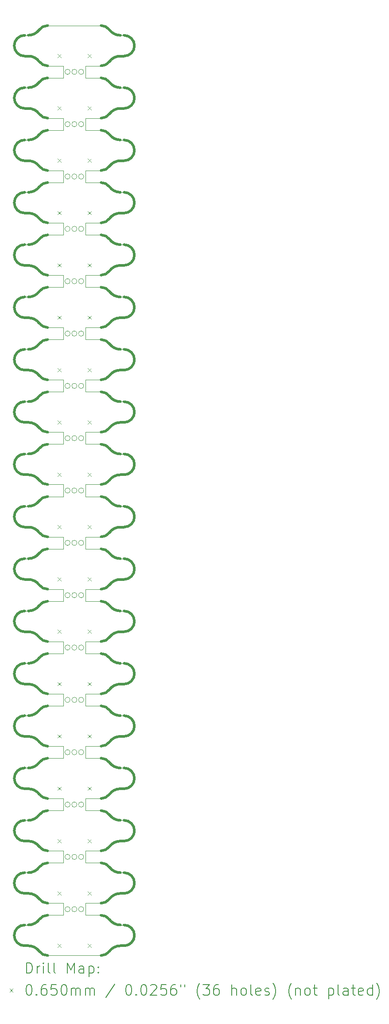
<source format=gbr>
%TF.GenerationSoftware,KiCad,Pcbnew,8.99.0-946-gf00a1ab517*%
%TF.CreationDate,2024-05-19T19:51:50+07:00*%
%TF.ProjectId,dtb_toro,6474625f-746f-4726-9f2e-6b696361645f,rev?*%
%TF.SameCoordinates,Original*%
%TF.FileFunction,Drillmap*%
%TF.FilePolarity,Positive*%
%FSLAX45Y45*%
G04 Gerber Fmt 4.5, Leading zero omitted, Abs format (unit mm)*
G04 Created by KiCad (PCBNEW 8.99.0-946-gf00a1ab517) date 2024-05-19 19:51:50*
%MOMM*%
%LPD*%
G01*
G04 APERTURE LIST*
%ADD10C,0.050000*%
%ADD11C,0.500000*%
%ADD12C,0.200000*%
%ADD13C,0.100000*%
G04 APERTURE END LIST*
D10*
X54647320Y-5257940D02*
X53626661Y-5257940D01*
X54346982Y3742030D02*
X54647320Y3742030D01*
X54347003Y3512034D02*
X54647342Y3512034D01*
X53626661Y3742030D02*
X53927000Y3742030D01*
X53626682Y3512039D02*
X53927020Y3512039D01*
X54056992Y3627034D02*
G75*
G02*
X53957013Y3627034I-49990J0D01*
G01*
X53957013Y3627034D02*
G75*
G02*
X54056992Y3627034I49990J0D01*
G01*
X54316992Y3627034D02*
G75*
G02*
X54217013Y3627034I-49990J0D01*
G01*
X54217013Y3627034D02*
G75*
G02*
X54316992Y3627034I49990J0D01*
G01*
X54186992Y3627034D02*
G75*
G02*
X54087013Y3627034I-49990J0D01*
G01*
X54087013Y3627034D02*
G75*
G02*
X54186992Y3627034I49990J0D01*
G01*
X54346982Y3742034D02*
X54347003Y3512034D01*
X53927000Y3742034D02*
X53927020Y3512039D01*
D11*
X55015722Y-674357D02*
G75*
G02*
X54807357Y-568927I-1J258612D01*
G01*
X53466634Y-1568926D02*
G75*
G02*
X53626682Y-1487948I160055J-117688D01*
G01*
X55015722Y-2674348D02*
G75*
G02*
X54807357Y-2568919I-1J258612D01*
G01*
X54647342Y-1487953D02*
G75*
G02*
X54807358Y-1568921I-5J-198612D01*
G01*
X54807361Y-3176973D02*
G75*
G02*
X54647320Y-3257949I-160038J117660D01*
G01*
X55087002Y-1674353D02*
G75*
G02*
X55086990Y-2071544I3J-198596D01*
G01*
X53466634Y-1568926D02*
G75*
G02*
X53258302Y-1674349I-208345J153161D01*
G01*
X53258272Y-3071548D02*
X53187002Y-3071548D01*
X54807361Y-2176977D02*
G75*
G02*
X54647320Y-2257953I-160038J117660D01*
G01*
X53187002Y-4071544D02*
G75*
G02*
X53188859Y-3674344I3J198604D01*
G01*
X54647342Y-2487948D02*
G75*
G02*
X54807358Y-2568917I-5J-198612D01*
G01*
X53466634Y-568930D02*
G75*
G02*
X53258302Y-674353I-208345J153161D01*
G01*
X53258272Y-2071553D02*
G75*
G02*
X53466644Y-2176987I10J-258605D01*
G01*
X53626661Y-2257953D02*
G75*
G02*
X53466644Y-2176987I0J198608D01*
G01*
X53258272Y-2071553D02*
X53187002Y-2071553D01*
X53187002Y-3071548D02*
G75*
G02*
X53188859Y-2674349I3J198604D01*
G01*
D10*
X53258302Y-3674340D02*
X53188859Y-3674344D01*
D11*
X53258272Y-1071557D02*
G75*
G02*
X53466644Y-1176991I10J-258605D01*
G01*
X53187002Y-1071557D02*
G75*
G02*
X53188859Y-674357I3J198604D01*
G01*
D10*
X55087002Y-1674353D02*
X55015722Y-1674353D01*
D11*
X53258272Y-4071544D02*
G75*
G02*
X53466644Y-4176978I10J-258605D01*
G01*
X55087002Y2325630D02*
G75*
G02*
X55086990Y1928438I3J-198596D01*
G01*
X54807361Y1823005D02*
G75*
G02*
X54647320Y1742030I-160038J117660D01*
G01*
X54807361Y1823005D02*
G75*
G02*
X55015736Y1928434I208370J-153198D01*
G01*
X55086990Y-4071536D02*
X55015736Y-4071540D01*
X53187002Y-2071553D02*
G75*
G02*
X53188859Y-1674353I3J198604D01*
G01*
X54807361Y-4176969D02*
G75*
G02*
X54647320Y-4257945I-160038J117660D01*
G01*
X53187002Y928434D02*
G75*
G02*
X53188859Y1325634I3J198604D01*
G01*
X53466634Y-3568917D02*
G75*
G02*
X53258302Y-3674340I-208345J153161D01*
G01*
X54807361Y-2176977D02*
G75*
G02*
X55015736Y-2071549I208370J-153198D01*
G01*
D10*
X53258302Y-674353D02*
X53188859Y-674357D01*
D11*
X55086990Y-1071549D02*
X55015736Y-1071553D01*
X53466634Y-568930D02*
G75*
G02*
X53626682Y-487952I160055J-117688D01*
G01*
D10*
X55087002Y-674357D02*
X55015722Y-674357D01*
X53258302Y2325634D02*
X53188859Y2325630D01*
D11*
X55086990Y-2071544D02*
X55015736Y-2071549D01*
X55015722Y-1674353D02*
G75*
G02*
X54807357Y-1568923I-1J258612D01*
G01*
D10*
X53258302Y-1674349D02*
X53188859Y-1674353D01*
D11*
X55087002Y-674357D02*
G75*
G02*
X55086990Y-1071549I3J-198596D01*
G01*
X53626661Y1742030D02*
G75*
G02*
X53466644Y1822996I0J198608D01*
G01*
X54807361Y-1176982D02*
G75*
G02*
X54647320Y-1257957I-160038J117660D01*
G01*
X53258272Y-1071557D02*
X53187002Y-1071557D01*
X53626661Y-1257957D02*
G75*
G02*
X53466644Y-1176991I0J198608D01*
G01*
X54647342Y2512030D02*
G75*
G02*
X54807358Y2431061I-5J-198612D01*
G01*
X54647342Y-487957D02*
G75*
G02*
X54807358Y-568926I-5J-198612D01*
G01*
X54807361Y-1176982D02*
G75*
G02*
X55015736Y-1071553I208370J-153198D01*
G01*
X55086990Y-3071540D02*
X55015736Y-3071545D01*
X53258272Y-3071548D02*
G75*
G02*
X53466644Y-3176982I10J-258605D01*
G01*
X55087002Y-2674348D02*
G75*
G02*
X55086990Y-3071540I3J-198596D01*
G01*
X53466634Y-2568922D02*
G75*
G02*
X53258302Y-2674345I-208345J153161D01*
G01*
X54807361Y-3176973D02*
G75*
G02*
X55015736Y-3071545I208370J-153198D01*
G01*
D10*
X53258302Y-2674345D02*
X53188859Y-2674349D01*
D11*
X53626661Y-3257948D02*
G75*
G02*
X53466644Y-3176982I0J198608D01*
G01*
D10*
X55087002Y-2674348D02*
X55015722Y-2674348D01*
D11*
X53466634Y-2568922D02*
G75*
G02*
X53626682Y-2487944I160055J-117688D01*
G01*
D10*
X55087002Y3325630D02*
X55015722Y3325630D01*
D11*
X53187002Y2928430D02*
G75*
G02*
X53188859Y3325630I3J198604D01*
G01*
X53258272Y2928430D02*
G75*
G02*
X53466644Y2822996I9J-258606D01*
G01*
X55086990Y2928438D02*
X55015736Y2928434D01*
X53466634Y3431057D02*
G75*
G02*
X53258302Y3325634I-208345J153162D01*
G01*
D10*
X53258302Y3325634D02*
X53188859Y3325630D01*
D11*
X54807361Y2823005D02*
G75*
G02*
X54647320Y2742030I-160038J117660D01*
G01*
X53258272Y2928430D02*
X53187002Y2928430D01*
X55015722Y3325630D02*
G75*
G02*
X54807357Y3431060I-1J258612D01*
G01*
X54807361Y2823005D02*
G75*
G02*
X55015736Y2928434I208370J-153198D01*
G01*
X54647342Y3512030D02*
G75*
G02*
X54807358Y3431061I-5J-198613D01*
G01*
X55087002Y3325630D02*
G75*
G02*
X55086990Y2928438I3J-198596D01*
G01*
X53466634Y2431057D02*
G75*
G02*
X53626682Y2512035I160055J-117688D01*
G01*
X53466634Y3431057D02*
G75*
G02*
X53626682Y3512035I160055J-117688D01*
G01*
X55015722Y2325630D02*
G75*
G02*
X54807357Y2431060I-1J258612D01*
G01*
X53258272Y1928430D02*
G75*
G02*
X53466644Y1822996I10J-258605D01*
G01*
X54807361Y823010D02*
G75*
G02*
X54647320Y742034I-160038J117660D01*
G01*
X53258272Y928434D02*
X53187002Y928434D01*
X53626661Y2742030D02*
G75*
G02*
X53466644Y2822996I0J198608D01*
G01*
X55015722Y1325634D02*
G75*
G02*
X54807357Y1431064I-1J258612D01*
G01*
X53466634Y2431057D02*
G75*
G02*
X53258302Y2325634I-208345J153161D01*
G01*
X55086990Y1928438D02*
X55015736Y1928434D01*
D10*
X55087002Y2325630D02*
X55015722Y2325630D01*
X55087002Y1325634D02*
X55015722Y1325634D01*
D11*
X53258272Y1928430D02*
X53187002Y1928430D01*
X53187002Y1928430D02*
G75*
G02*
X53188859Y2325630I3J198604D01*
G01*
X55087002Y-3674344D02*
G75*
G02*
X55086990Y-4071536I3J-198596D01*
G01*
X53626661Y-4257944D02*
G75*
G02*
X53466644Y-4176978I0J198608D01*
G01*
X53466634Y-3568917D02*
G75*
G02*
X53626682Y-3487939I160055J-117688D01*
G01*
X53258272Y-4071544D02*
X53187002Y-4071544D01*
D10*
X55087002Y-4674340D02*
X55015722Y-4674340D01*
D11*
X54647342Y-3487944D02*
G75*
G02*
X54807358Y-3568913I-5J-198612D01*
G01*
X54807361Y-4176969D02*
G75*
G02*
X55015736Y-4071540I208370J-153198D01*
G01*
D10*
X55087002Y-3674344D02*
X55015722Y-3674344D01*
D11*
X53258272Y-5071540D02*
G75*
G02*
X53466644Y-5176974I10J-258605D01*
G01*
X53258272Y-5071540D02*
X53187002Y-5071540D01*
X55086990Y-5071531D02*
X55015736Y-5071536D01*
D10*
X53258302Y-4674336D02*
X53188859Y-4674340D01*
D11*
X55015722Y-3674344D02*
G75*
G02*
X54807357Y-3568914I-1J258612D01*
G01*
X53187002Y-5071540D02*
G75*
G02*
X53188859Y-4674340I3J198604D01*
G01*
X55015722Y-4674340D02*
G75*
G02*
X54807357Y-4568910I-1J258612D01*
G01*
X54807361Y-5176964D02*
G75*
G02*
X55015736Y-5071536I208370J-153198D01*
G01*
X55087002Y-4674340D02*
G75*
G02*
X55086990Y-5071531I3J-198596D01*
G01*
X54647342Y-4487940D02*
G75*
G02*
X54807358Y-4568909I-5J-198612D01*
G01*
X53626661Y-5257940D02*
G75*
G02*
X53466644Y-5176974I0J198608D01*
G01*
X53466634Y-4568913D02*
G75*
G02*
X53626682Y-4487935I160055J-117688D01*
G01*
D10*
X54346982Y2742030D02*
X54647320Y2742030D01*
X53626661Y2742030D02*
X53927000Y2742030D01*
D11*
X53466634Y-4568913D02*
G75*
G02*
X53258302Y-4674336I-208345J153161D01*
G01*
X54807361Y-5176964D02*
G75*
G02*
X54647320Y-5257940I-160038J117660D01*
G01*
X55086990Y-71553D02*
X55015736Y-71558D01*
X55086990Y928443D02*
X55015736Y928438D01*
X55087002Y325639D02*
G75*
G02*
X55086990Y-71553I3J-198596D01*
G01*
X54807361Y823010D02*
G75*
G02*
X55015736Y928438I208370J-153198D01*
G01*
X53187002Y-71561D02*
G75*
G02*
X53188859Y325638I3J198604D01*
G01*
D10*
X53626661Y-4257944D02*
X53927000Y-4257944D01*
X53626661Y-1257957D02*
X53927000Y-1257957D01*
X53626682Y2512035D02*
X53927020Y2512035D01*
D11*
X53626661Y-257961D02*
G75*
G02*
X53466644Y-176995I0J198608D01*
G01*
D10*
X53258302Y1325638D02*
X53188859Y1325634D01*
X53258302Y325643D02*
X53188859Y325638D01*
D11*
X55015722Y325639D02*
G75*
G02*
X54807357Y431068I-1J258612D01*
G01*
X53466634Y431065D02*
G75*
G02*
X53626682Y512043I160055J-117688D01*
G01*
D10*
X55087002Y325639D02*
X55015722Y325639D01*
D11*
X53258272Y-71561D02*
X53187002Y-71561D01*
D10*
X53927000Y2742030D02*
X53927020Y2512035D01*
X53626682Y-4487935D02*
X53927020Y-4487935D01*
D11*
X53466634Y431065D02*
G75*
G02*
X53258302Y325643I-208345J153161D01*
G01*
X53466634Y1431061D02*
G75*
G02*
X53258302Y1325638I-208345J153161D01*
G01*
X54647342Y512039D02*
G75*
G02*
X54807358Y431070I-5J-198612D01*
G01*
X54807361Y-176986D02*
G75*
G02*
X54647320Y-257962I-160038J117660D01*
G01*
X53626661Y742034D02*
G75*
G02*
X53466644Y823000I0J198608D01*
G01*
X53466634Y1431061D02*
G75*
G02*
X53626682Y1512039I160055J-117688D01*
G01*
X53258272Y928434D02*
G75*
G02*
X53466644Y823000I10J-258605D01*
G01*
X54807361Y-176986D02*
G75*
G02*
X55015736Y-71558I208370J-153198D01*
G01*
X55087002Y1325634D02*
G75*
G02*
X55086990Y928443I3J-198596D01*
G01*
D10*
X54347003Y-4487940D02*
X54647342Y-4487940D01*
D11*
X53258272Y-71561D02*
G75*
G02*
X53466644Y-176995I10J-258605D01*
G01*
D10*
X53626682Y-3487939D02*
X53927020Y-3487939D01*
X54346982Y1742030D02*
X54647320Y1742030D01*
X54346982Y-1257958D02*
X54647320Y-1257957D01*
D11*
X54647342Y1512034D02*
G75*
G02*
X54807358Y1431066I-5J-198612D01*
G01*
D10*
X53626661Y-3257948D02*
X53927000Y-3257948D01*
X53626682Y512043D02*
X53927020Y512043D01*
X53927000Y742034D02*
X53927020Y512039D01*
X53927000Y-4257944D02*
X53927020Y-4487939D01*
X53626682Y-2487944D02*
X53927020Y-2487944D01*
X54347003Y-1487953D02*
X54647342Y-1487953D01*
X54347003Y-2487949D02*
X54647342Y-2487948D01*
X54347003Y1512034D02*
X54647342Y1512034D01*
X53626682Y-487952D02*
X53927020Y-487952D01*
X53626661Y742034D02*
X53927000Y742034D01*
X54316992Y1627030D02*
G75*
G02*
X54217013Y1627030I-49990J0D01*
G01*
X54217013Y1627030D02*
G75*
G02*
X54316992Y1627030I49990J0D01*
G01*
X54346982Y742034D02*
X54647320Y742034D01*
X54347003Y2512030D02*
X54647342Y2512030D01*
X53927000Y-3257948D02*
X53927020Y-3487944D01*
X54056992Y-1372957D02*
G75*
G02*
X53957013Y-1372957I-49990J0D01*
G01*
X53957013Y-1372957D02*
G75*
G02*
X54056992Y-1372957I49990J0D01*
G01*
X54056992Y-4372944D02*
G75*
G02*
X53957013Y-4372944I-49990J0D01*
G01*
X53957013Y-4372944D02*
G75*
G02*
X54056992Y-4372944I49990J0D01*
G01*
X54186992Y627034D02*
G75*
G02*
X54087013Y627034I-49990J0D01*
G01*
X54087013Y627034D02*
G75*
G02*
X54186992Y627034I49990J0D01*
G01*
X54316992Y-4372944D02*
G75*
G02*
X54217013Y-4372944I-49990J0D01*
G01*
X54217013Y-4372944D02*
G75*
G02*
X54316992Y-4372944I49990J0D01*
G01*
X54316992Y-3372949D02*
G75*
G02*
X54217013Y-3372949I-49990J0D01*
G01*
X54217013Y-3372949D02*
G75*
G02*
X54316992Y-3372949I49990J0D01*
G01*
X54316992Y-372962D02*
G75*
G02*
X54217013Y-372962I-49990J0D01*
G01*
X54217013Y-372962D02*
G75*
G02*
X54316992Y-372962I49990J0D01*
G01*
X54346982Y-2257953D02*
X54347003Y-2487953D01*
X54316992Y-2372953D02*
G75*
G02*
X54217013Y-2372953I-49990J0D01*
G01*
X54217013Y-2372953D02*
G75*
G02*
X54316992Y-2372953I49990J0D01*
G01*
X54346982Y-257962D02*
X54647320Y-257962D01*
X54346982Y1742030D02*
X54347003Y1512030D01*
X53927000Y-1257957D02*
X53927020Y-1487952D01*
X54346982Y742034D02*
X54347003Y512034D01*
X53927000Y-2257953D02*
X53927020Y-2487948D01*
X54346982Y-4257945D02*
X54347003Y-4487944D01*
X53626682Y-1487948D02*
X53927020Y-1487948D01*
X54186992Y-372962D02*
G75*
G02*
X54087013Y-372962I-49990J0D01*
G01*
X54087013Y-372962D02*
G75*
G02*
X54186992Y-372962I49990J0D01*
G01*
X54187000Y2627033D02*
G75*
G02*
X54087020Y2627033I-49990J0D01*
G01*
X54087020Y2627033D02*
G75*
G02*
X54187000Y2627033I49990J0D01*
G01*
X54056992Y-2372953D02*
G75*
G02*
X53957013Y-2372953I-49990J0D01*
G01*
X53957013Y-2372953D02*
G75*
G02*
X54056992Y-2372953I49990J0D01*
G01*
X53626682Y1512039D02*
X53927020Y1512039D01*
X54056992Y-372962D02*
G75*
G02*
X53957013Y-372962I-49990J0D01*
G01*
X53957013Y-372962D02*
G75*
G02*
X54056992Y-372962I49990J0D01*
G01*
X54347003Y-3487944D02*
X54647342Y-3487944D01*
X54346982Y-3257949D02*
X54347003Y-3487948D01*
X53927000Y-257961D02*
X53927020Y-487957D01*
X54346982Y-257962D02*
X54347003Y-487961D01*
X54056992Y627034D02*
G75*
G02*
X53957013Y627034I-49990J0D01*
G01*
X53957013Y627034D02*
G75*
G02*
X54056992Y627034I49990J0D01*
G01*
X54186992Y1627030D02*
G75*
G02*
X54087013Y1627030I-49990J0D01*
G01*
X54087013Y1627030D02*
G75*
G02*
X54186992Y1627030I49990J0D01*
G01*
X54317000Y2627033D02*
G75*
G02*
X54217020Y2627033I-49990J0D01*
G01*
X54217020Y2627033D02*
G75*
G02*
X54317000Y2627033I49990J0D01*
G01*
X54316992Y627034D02*
G75*
G02*
X54217013Y627034I-49990J0D01*
G01*
X54217013Y627034D02*
G75*
G02*
X54316992Y627034I49990J0D01*
G01*
X54347003Y-487957D02*
X54647342Y-487957D01*
X54056992Y-3372949D02*
G75*
G02*
X53957013Y-3372949I-49990J0D01*
G01*
X53957013Y-3372949D02*
G75*
G02*
X54056992Y-3372949I49990J0D01*
G01*
X53626661Y-257961D02*
X53927000Y-257961D01*
X53626661Y1742030D02*
X53927000Y1742030D01*
X54346982Y-3257949D02*
X54647320Y-3257949D01*
X54346982Y-1257958D02*
X54347003Y-1487957D01*
X54346982Y-2257953D02*
X54647320Y-2257953D01*
X54347003Y512039D02*
X54647342Y512039D01*
X54316992Y-1372957D02*
G75*
G02*
X54217013Y-1372957I-49990J0D01*
G01*
X54217013Y-1372957D02*
G75*
G02*
X54316992Y-1372957I49990J0D01*
G01*
X54346982Y-4257945D02*
X54647320Y-4257945D01*
X54186992Y-2372953D02*
G75*
G02*
X54087013Y-2372953I-49990J0D01*
G01*
X54087013Y-2372953D02*
G75*
G02*
X54186992Y-2372953I49990J0D01*
G01*
X53927000Y1742030D02*
X53927020Y1512035D01*
X54346982Y2742030D02*
X54347003Y2512030D01*
X53626661Y-2257953D02*
X53927000Y-2257953D01*
X54186992Y-1372957D02*
G75*
G02*
X54087013Y-1372957I-49990J0D01*
G01*
X54087013Y-1372957D02*
G75*
G02*
X54186992Y-1372957I49990J0D01*
G01*
X54056992Y1627030D02*
G75*
G02*
X53957013Y1627030I-49990J0D01*
G01*
X53957013Y1627030D02*
G75*
G02*
X54056992Y1627030I49990J0D01*
G01*
X54186992Y-3372949D02*
G75*
G02*
X54087013Y-3372949I-49990J0D01*
G01*
X54087013Y-3372949D02*
G75*
G02*
X54186992Y-3372949I49990J0D01*
G01*
X54057000Y2627033D02*
G75*
G02*
X53957020Y2627033I-49990J0D01*
G01*
X53957020Y2627033D02*
G75*
G02*
X54057000Y2627033I49990J0D01*
G01*
X54186992Y-4372944D02*
G75*
G02*
X54087013Y-4372944I-49990J0D01*
G01*
X54087013Y-4372944D02*
G75*
G02*
X54186992Y-4372944I49990J0D01*
G01*
X54056992Y4627026D02*
G75*
G02*
X53957013Y4627026I-49990J0D01*
G01*
X53957013Y4627026D02*
G75*
G02*
X54056992Y4627026I49990J0D01*
G01*
X54316992Y4627026D02*
G75*
G02*
X54217013Y4627026I-49990J0D01*
G01*
X54217013Y4627026D02*
G75*
G02*
X54316992Y4627026I49990J0D01*
G01*
X54186992Y4627026D02*
G75*
G02*
X54087013Y4627026I-49990J0D01*
G01*
X54087013Y4627026D02*
G75*
G02*
X54186992Y4627026I49990J0D01*
G01*
X54056992Y5627021D02*
G75*
G02*
X53957013Y5627021I-49990J0D01*
G01*
X53957013Y5627021D02*
G75*
G02*
X54056992Y5627021I49990J0D01*
G01*
X54316992Y5627021D02*
G75*
G02*
X54217013Y5627021I-49990J0D01*
G01*
X54217013Y5627021D02*
G75*
G02*
X54316992Y5627021I49990J0D01*
G01*
X54186992Y5627021D02*
G75*
G02*
X54087013Y5627021I-49990J0D01*
G01*
X54087013Y5627021D02*
G75*
G02*
X54186992Y5627021I49990J0D01*
G01*
X54056992Y6627017D02*
G75*
G02*
X53957013Y6627017I-49990J0D01*
G01*
X53957013Y6627017D02*
G75*
G02*
X54056992Y6627017I49990J0D01*
G01*
X54316992Y6627017D02*
G75*
G02*
X54217013Y6627017I-49990J0D01*
G01*
X54217013Y6627017D02*
G75*
G02*
X54316992Y6627017I49990J0D01*
G01*
X54186992Y6627017D02*
G75*
G02*
X54087013Y6627017I-49990J0D01*
G01*
X54087013Y6627017D02*
G75*
G02*
X54186992Y6627017I49990J0D01*
G01*
X54056992Y7627013D02*
G75*
G02*
X53957013Y7627013I-49990J0D01*
G01*
X53957013Y7627013D02*
G75*
G02*
X54056992Y7627013I49990J0D01*
G01*
X54316992Y7627013D02*
G75*
G02*
X54217013Y7627013I-49990J0D01*
G01*
X54217013Y7627013D02*
G75*
G02*
X54316992Y7627013I49990J0D01*
G01*
X54186992Y7627013D02*
G75*
G02*
X54087013Y7627013I-49990J0D01*
G01*
X54087013Y7627013D02*
G75*
G02*
X54186992Y7627013I49990J0D01*
G01*
X54056992Y8627008D02*
G75*
G02*
X53957013Y8627008I-49990J0D01*
G01*
X53957013Y8627008D02*
G75*
G02*
X54056992Y8627008I49990J0D01*
G01*
X54316992Y8627008D02*
G75*
G02*
X54217013Y8627008I-49990J0D01*
G01*
X54217013Y8627008D02*
G75*
G02*
X54316992Y8627008I49990J0D01*
G01*
X54186992Y8627008D02*
G75*
G02*
X54087013Y8627008I-49990J0D01*
G01*
X54087013Y8627008D02*
G75*
G02*
X54186992Y8627008I49990J0D01*
G01*
X54056992Y9627004D02*
G75*
G02*
X53957013Y9627004I-49990J0D01*
G01*
X53957013Y9627004D02*
G75*
G02*
X54056992Y9627004I49990J0D01*
G01*
X54316992Y9627004D02*
G75*
G02*
X54217013Y9627004I-49990J0D01*
G01*
X54217013Y9627004D02*
G75*
G02*
X54316992Y9627004I49990J0D01*
G01*
X54186992Y9627004D02*
G75*
G02*
X54087013Y9627004I-49990J0D01*
G01*
X54087013Y9627004D02*
G75*
G02*
X54186992Y9627004I49990J0D01*
G01*
X54056992Y10627000D02*
G75*
G02*
X53957013Y10627000I-49990J0D01*
G01*
X53957013Y10627000D02*
G75*
G02*
X54056992Y10627000I49990J0D01*
G01*
X54316992Y10627000D02*
G75*
G02*
X54217013Y10627000I-49990J0D01*
G01*
X54217013Y10627000D02*
G75*
G02*
X54316992Y10627000I49990J0D01*
G01*
X54186992Y10627000D02*
G75*
G02*
X54087013Y10627000I-49990J0D01*
G01*
X54087013Y10627000D02*
G75*
G02*
X54186992Y10627000I49990J0D01*
G01*
X54317000Y11627002D02*
G75*
G02*
X54217020Y11627002I-49990J0D01*
G01*
X54217020Y11627002D02*
G75*
G02*
X54317000Y11627002I49990J0D01*
G01*
X54187000Y11627002D02*
G75*
G02*
X54087020Y11627002I-49990J0D01*
G01*
X54087020Y11627002D02*
G75*
G02*
X54187000Y11627002I49990J0D01*
G01*
X54057000Y11627002D02*
G75*
G02*
X53957020Y11627002I-49990J0D01*
G01*
X53957020Y11627002D02*
G75*
G02*
X54057000Y11627002I49990J0D01*
G01*
X54346982Y4742025D02*
X54347003Y4512026D01*
X53927000Y4742026D02*
X53927020Y4512031D01*
X54346982Y5742021D02*
X54347003Y5512021D01*
X53927000Y5742021D02*
X53927020Y5512026D01*
X54346982Y6742017D02*
X54347003Y6512017D01*
X53927000Y6742017D02*
X53927020Y6512022D01*
X54346982Y7742012D02*
X54347003Y7512013D01*
X53927000Y7742013D02*
X53927020Y7512018D01*
X54346982Y8742008D02*
X54347003Y8512009D01*
X53927000Y8742009D02*
X53927020Y8512013D01*
X54346982Y9742004D02*
X54347003Y9512004D01*
X53927000Y9742004D02*
X53927020Y9512009D01*
X54346982Y10742000D02*
X54347003Y10512000D01*
X53927000Y10742000D02*
X53927020Y10512005D01*
X53927000Y11742000D02*
X53927020Y11512005D01*
X54347003Y4512030D02*
X54647342Y4512030D01*
X53626682Y4512035D02*
X53927020Y4512035D01*
X54347003Y5512026D02*
X54647342Y5512026D01*
X53626682Y5512030D02*
X53927020Y5512031D01*
X54347003Y6512021D02*
X54647342Y6512021D01*
X53626682Y6512026D02*
X53927020Y6512026D01*
X54347003Y7512017D02*
X54647342Y7512017D01*
X53626682Y7512022D02*
X53927020Y7512022D01*
X54347003Y8512013D02*
X54647342Y8512013D01*
X53626682Y8512018D02*
X53927020Y8512018D01*
X54347003Y9512009D02*
X54647342Y9512009D01*
X53626682Y9512013D02*
X53927020Y9512013D01*
X54347003Y10512004D02*
X54647342Y10512004D01*
X53626682Y10512009D02*
X53927020Y10512009D01*
X54347003Y11512000D02*
X54647342Y11512000D01*
X53626682Y11512005D02*
X53927020Y11512005D01*
X53626661Y4742026D02*
X53927000Y4742026D01*
X54346982Y4742025D02*
X54647320Y4742025D01*
X53626661Y5742021D02*
X53927000Y5742021D01*
X54346982Y5742021D02*
X54647320Y5742021D01*
X53626661Y6742017D02*
X53927000Y6742017D01*
X54346982Y6742017D02*
X54647320Y6742017D01*
X53626661Y7742013D02*
X53927000Y7742013D01*
X54346982Y7742012D02*
X54647320Y7742012D01*
X53626661Y8742009D02*
X53927000Y8742009D01*
X54346982Y8742008D02*
X54647320Y8742008D01*
X53626661Y9742004D02*
X53927000Y9742004D01*
X54346982Y9742004D02*
X54647320Y9742004D01*
X53626661Y10742000D02*
X53927000Y10742000D01*
X54346982Y10742000D02*
X54647320Y10742000D01*
X54346982Y11741999D02*
X54647320Y11742000D01*
X53626661Y11742000D02*
X53927000Y11742000D01*
D11*
X53466634Y4431057D02*
G75*
G02*
X53626682Y4512035I160055J-117688D01*
G01*
X53626661Y3742030D02*
G75*
G02*
X53466644Y3822996I0J198608D01*
G01*
X54647342Y4512030D02*
G75*
G02*
X54807358Y4431061I-5J-198613D01*
G01*
X55087002Y4325630D02*
G75*
G02*
X55086990Y3928438I3J-198596D01*
G01*
X54807361Y3823005D02*
G75*
G02*
X55015736Y3928434I208370J-153198D01*
G01*
D10*
X55087002Y4325630D02*
X55015722Y4325630D01*
D11*
X55015722Y4325630D02*
G75*
G02*
X54807357Y4431060I-1J258612D01*
G01*
X53258272Y3928430D02*
X53187002Y3928430D01*
X54807361Y3823005D02*
G75*
G02*
X54647320Y3742030I-160038J117660D01*
G01*
X53187002Y3928430D02*
G75*
G02*
X53188859Y4325630I3J198604D01*
G01*
D10*
X53258302Y4325634D02*
X53188859Y4325630D01*
D11*
X53466634Y4431057D02*
G75*
G02*
X53258302Y4325634I-208345J153162D01*
G01*
X55086990Y3928438D02*
X55015736Y3928434D01*
X53258272Y3928430D02*
G75*
G02*
X53466644Y3822996I9J-258606D01*
G01*
X53466634Y5431053D02*
G75*
G02*
X53626682Y5512030I160055J-117688D01*
G01*
X53626661Y4742026D02*
G75*
G02*
X53466644Y4822992I0J198608D01*
G01*
X54647342Y5512026D02*
G75*
G02*
X54807358Y5431057I-5J-198613D01*
G01*
X55087002Y5325626D02*
G75*
G02*
X55086990Y4928434I3J-198596D01*
G01*
X54807361Y4823001D02*
G75*
G02*
X55015736Y4928429I208370J-153198D01*
G01*
D10*
X55087002Y5325626D02*
X55015722Y5325626D01*
D11*
X55015722Y5325626D02*
G75*
G02*
X54807357Y5431056I-1J258612D01*
G01*
X53258272Y4928426D02*
X53187002Y4928426D01*
X54807361Y4823001D02*
G75*
G02*
X54647320Y4742025I-160038J117660D01*
G01*
X53187002Y4928426D02*
G75*
G02*
X53188859Y5325626I3J198604D01*
G01*
D10*
X53258302Y5325630D02*
X53188859Y5325626D01*
D11*
X53466634Y5431053D02*
G75*
G02*
X53258302Y5325630I-208345J153162D01*
G01*
X55086990Y4928434D02*
X55015736Y4928429D01*
X53258272Y4928426D02*
G75*
G02*
X53466644Y4822992I9J-258606D01*
G01*
X53466634Y6431048D02*
G75*
G02*
X53626682Y6512026I160055J-117688D01*
G01*
X53626661Y5742021D02*
G75*
G02*
X53466644Y5822988I0J198608D01*
G01*
X54647342Y6512021D02*
G75*
G02*
X54807358Y6431053I-5J-198613D01*
G01*
X55087002Y6325621D02*
G75*
G02*
X55086990Y5928430I3J-198596D01*
G01*
X54807361Y5822997D02*
G75*
G02*
X55015736Y5928425I208370J-153198D01*
G01*
D10*
X55087002Y6325621D02*
X55015722Y6325621D01*
D11*
X55015722Y6325621D02*
G75*
G02*
X54807357Y6431051I-1J258612D01*
G01*
X53258272Y5928421D02*
X53187002Y5928421D01*
X54807361Y5822997D02*
G75*
G02*
X54647320Y5742021I-160038J117660D01*
G01*
X53187002Y5928421D02*
G75*
G02*
X53188859Y6325621I3J198604D01*
G01*
D10*
X53258302Y6325625D02*
X53188859Y6325621D01*
D11*
X53466634Y6431048D02*
G75*
G02*
X53258302Y6325625I-208345J153162D01*
G01*
X55086990Y5928430D02*
X55015736Y5928425D01*
X53258272Y5928421D02*
G75*
G02*
X53466644Y5822988I9J-258606D01*
G01*
X53466634Y7431044D02*
G75*
G02*
X53626682Y7512022I160055J-117688D01*
G01*
X53626661Y6742017D02*
G75*
G02*
X53466644Y6822983I0J198608D01*
G01*
X54647342Y7512017D02*
G75*
G02*
X54807358Y7431048I-5J-198613D01*
G01*
X55087002Y7325617D02*
G75*
G02*
X55086990Y6928426I3J-198596D01*
G01*
X54807361Y6822993D02*
G75*
G02*
X55015736Y6928421I208370J-153198D01*
G01*
D10*
X55087002Y7325617D02*
X55015722Y7325617D01*
D11*
X55015722Y7325617D02*
G75*
G02*
X54807357Y7431047I-1J258612D01*
G01*
X53258272Y6928417D02*
X53187002Y6928417D01*
X54807361Y6822993D02*
G75*
G02*
X54647320Y6742017I-160038J117660D01*
G01*
X53187002Y6928417D02*
G75*
G02*
X53188859Y7325617I3J198604D01*
G01*
D10*
X53258302Y7325621D02*
X53188859Y7325617D01*
D11*
X53466634Y7431044D02*
G75*
G02*
X53258302Y7325621I-208345J153162D01*
G01*
X55086990Y6928426D02*
X55015736Y6928421D01*
X53258272Y6928417D02*
G75*
G02*
X53466644Y6822983I9J-258606D01*
G01*
X53466634Y8431040D02*
G75*
G02*
X53626682Y8512018I160055J-117688D01*
G01*
X53626661Y7742013D02*
G75*
G02*
X53466644Y7822979I0J198608D01*
G01*
X54647342Y8512013D02*
G75*
G02*
X54807358Y8431044I-5J-198613D01*
G01*
X55087002Y8325613D02*
G75*
G02*
X55086990Y7928421I3J-198596D01*
G01*
X54807361Y7822988D02*
G75*
G02*
X55015736Y7928416I208370J-153198D01*
G01*
D10*
X55087002Y8325613D02*
X55015722Y8325613D01*
D11*
X55015722Y8325613D02*
G75*
G02*
X54807357Y8431043I-1J258612D01*
G01*
X53258272Y7928413D02*
X53187002Y7928413D01*
X54807361Y7822988D02*
G75*
G02*
X54647320Y7742012I-160038J117659D01*
G01*
X53187002Y7928413D02*
G75*
G02*
X53188859Y8325613I3J198604D01*
G01*
D10*
X53258302Y8325617D02*
X53188859Y8325613D01*
D11*
X53466634Y8431040D02*
G75*
G02*
X53258302Y8325617I-208345J153162D01*
G01*
X55086990Y7928421D02*
X55015736Y7928416D01*
X53258272Y7928413D02*
G75*
G02*
X53466644Y7822979I9J-258606D01*
G01*
X53466634Y9431035D02*
G75*
G02*
X53626682Y9512013I160055J-117688D01*
G01*
X53626661Y8742009D02*
G75*
G02*
X53466644Y8822975I0J198608D01*
G01*
X54647342Y9512009D02*
G75*
G02*
X54807358Y9431040I-5J-198613D01*
G01*
X55087002Y9325609D02*
G75*
G02*
X55086990Y8928417I3J-198596D01*
G01*
X54807361Y8822984D02*
G75*
G02*
X55015736Y8928412I208370J-153198D01*
G01*
D10*
X55087002Y9325609D02*
X55015722Y9325609D01*
D11*
X55015722Y9325609D02*
G75*
G02*
X54807357Y9431038I-1J258612D01*
G01*
X53258272Y8928409D02*
X53187002Y8928409D01*
X54807361Y8822984D02*
G75*
G02*
X54647320Y8742008I-160038J117660D01*
G01*
X53187002Y8928409D02*
G75*
G02*
X53188859Y9325608I3J198604D01*
G01*
D10*
X53258302Y9325613D02*
X53188859Y9325608D01*
D11*
X53466634Y9431035D02*
G75*
G02*
X53258302Y9325613I-208345J153162D01*
G01*
X55086990Y8928417D02*
X55015736Y8928412D01*
X53258272Y8928409D02*
G75*
G02*
X53466644Y8822975I9J-258606D01*
G01*
X53466634Y10431031D02*
G75*
G02*
X53626682Y10512009I160055J-117688D01*
G01*
X53626661Y9742004D02*
G75*
G02*
X53466644Y9822970I0J198608D01*
G01*
X54647342Y10512004D02*
G75*
G02*
X54807358Y10431036I-5J-198613D01*
G01*
X55087002Y10325604D02*
G75*
G02*
X55086990Y9928413I3J-198596D01*
G01*
X54807361Y9822980D02*
G75*
G02*
X55015736Y9928408I208370J-153198D01*
G01*
D10*
X55087002Y10325604D02*
X55015722Y10325604D01*
D11*
X55015722Y10325604D02*
G75*
G02*
X54807357Y10431034I-1J258612D01*
G01*
X53258272Y9928404D02*
X53187002Y9928404D01*
X54807361Y9822980D02*
G75*
G02*
X54647320Y9742004I-160038J117660D01*
G01*
X53187002Y9928404D02*
G75*
G02*
X53188859Y10325604I3J198604D01*
G01*
D10*
X53258302Y10325608D02*
X53188859Y10325604D01*
D11*
X53466634Y10431031D02*
G75*
G02*
X53258302Y10325608I-208345J153162D01*
G01*
X55086990Y9928413D02*
X55015736Y9928408D01*
X53258272Y9928404D02*
G75*
G02*
X53466644Y9822970I9J-258606D01*
G01*
X53466634Y11431027D02*
G75*
G02*
X53626682Y11512005I160055J-117688D01*
G01*
X53626661Y10742000D02*
G75*
G02*
X53466644Y10822966I0J198608D01*
G01*
X54647342Y11512000D02*
G75*
G02*
X54807358Y11431031I-5J-198613D01*
G01*
X55087002Y11325600D02*
G75*
G02*
X55086990Y10928408I3J-198596D01*
G01*
X54807361Y10822975D02*
G75*
G02*
X55015736Y10928404I208370J-153198D01*
G01*
D10*
X55087002Y11325600D02*
X55015722Y11325600D01*
D11*
X55015722Y11325600D02*
G75*
G02*
X54807357Y11431030I-1J258612D01*
G01*
X53258272Y10928400D02*
X53187002Y10928400D01*
X54807361Y10822975D02*
G75*
G02*
X54647320Y10742000I-160038J117660D01*
G01*
X53187002Y10928400D02*
G75*
G02*
X53188859Y11325600I3J198604D01*
G01*
D10*
X53258302Y11325604D02*
X53188859Y11325600D01*
D11*
X53466634Y11431027D02*
G75*
G02*
X53258302Y11325604I-208345J153162D01*
G01*
X55086990Y10928408D02*
X55015736Y10928404D01*
X53258272Y10928400D02*
G75*
G02*
X53466644Y10822966I9J-258606D01*
G01*
X53258272Y11928400D02*
G75*
G02*
X53466645Y11822967I8J-258610D01*
G01*
X55087002Y12325600D02*
G75*
G02*
X55086990Y11928400I-2J-198600D01*
G01*
X54647342Y12512000D02*
G75*
G02*
X54807356Y12431030I-2J-198600D01*
G01*
D10*
X55087002Y12325600D02*
X55015722Y12325600D01*
D11*
X54807361Y11822975D02*
G75*
G02*
X54647320Y11741995I-160051J117675D01*
G01*
X53187002Y11928400D02*
G75*
G02*
X53188859Y12325591I-2J198600D01*
G01*
X55086990Y11928408D02*
X55015736Y11928404D01*
X54807361Y11822975D02*
G75*
G02*
X55015736Y11928400I208359J-153185D01*
G01*
X53466634Y12431027D02*
G75*
G02*
X53258302Y12325601I-208354J153173D01*
G01*
D10*
X53258302Y12325604D02*
X53188859Y12325600D01*
D11*
X53258272Y11928400D02*
X53187002Y11928400D01*
X55015722Y12325600D02*
G75*
G02*
X54807357Y12431030I-2J258610D01*
G01*
X53466634Y12431027D02*
G75*
G02*
X53626682Y12512002I160046J-117677D01*
G01*
X53626661Y11742000D02*
G75*
G02*
X53466646Y11822967I-2J198600D01*
G01*
D10*
X53626682Y12512005D02*
X54647342Y12512000D01*
X54346982Y11741999D02*
X54347003Y11512000D01*
D12*
D13*
X53815500Y11964700D02*
X53880500Y11899700D01*
X53880500Y11964700D02*
X53815500Y11899700D01*
X53815500Y10964700D02*
X53880500Y10899700D01*
X53880500Y10964700D02*
X53815500Y10899700D01*
X53815500Y9964705D02*
X53880500Y9899705D01*
X53880500Y9964705D02*
X53815500Y9899705D01*
X53815500Y8964709D02*
X53880500Y8899709D01*
X53880500Y8964709D02*
X53815500Y8899709D01*
X53815500Y7964713D02*
X53880500Y7899713D01*
X53880500Y7964713D02*
X53815500Y7899713D01*
X53815500Y6964717D02*
X53880500Y6899717D01*
X53880500Y6964717D02*
X53815500Y6899717D01*
X53815500Y5964722D02*
X53880500Y5899722D01*
X53880500Y5964722D02*
X53815500Y5899722D01*
X53815500Y4964726D02*
X53880500Y4899726D01*
X53880500Y4964726D02*
X53815500Y4899726D01*
X53815500Y3964730D02*
X53880500Y3899730D01*
X53880500Y3964730D02*
X53815500Y3899730D01*
X53815500Y2964730D02*
X53880500Y2899730D01*
X53880500Y2964730D02*
X53815500Y2899730D01*
X53815500Y1964730D02*
X53880500Y1899730D01*
X53880500Y1964730D02*
X53815500Y1899730D01*
X53815500Y964735D02*
X53880500Y899735D01*
X53880500Y964735D02*
X53815500Y899735D01*
X53815500Y-35261D02*
X53880500Y-100261D01*
X53880500Y-35261D02*
X53815500Y-100261D01*
X53815500Y-1035257D02*
X53880500Y-1100257D01*
X53880500Y-1035257D02*
X53815500Y-1100257D01*
X53815500Y-2035252D02*
X53880500Y-2100252D01*
X53880500Y-2035252D02*
X53815500Y-2100252D01*
X53815500Y-3035248D02*
X53880500Y-3100248D01*
X53880500Y-3035248D02*
X53815500Y-3100248D01*
X53815500Y-4035244D02*
X53880500Y-4100244D01*
X53880500Y-4035244D02*
X53815500Y-4100244D01*
X53815500Y-5035240D02*
X53880500Y-5100240D01*
X53880500Y-5035240D02*
X53815500Y-5100240D01*
X54393500Y11964700D02*
X54458500Y11899700D01*
X54458500Y11964700D02*
X54393500Y11899700D01*
X54393500Y10964700D02*
X54458500Y10899700D01*
X54458500Y10964700D02*
X54393500Y10899700D01*
X54393500Y9964705D02*
X54458500Y9899705D01*
X54458500Y9964705D02*
X54393500Y9899705D01*
X54393500Y8964709D02*
X54458500Y8899709D01*
X54458500Y8964709D02*
X54393500Y8899709D01*
X54393500Y7964713D02*
X54458500Y7899713D01*
X54458500Y7964713D02*
X54393500Y7899713D01*
X54393500Y6964717D02*
X54458500Y6899717D01*
X54458500Y6964717D02*
X54393500Y6899717D01*
X54393500Y5964722D02*
X54458500Y5899722D01*
X54458500Y5964722D02*
X54393500Y5899722D01*
X54393500Y4964726D02*
X54458500Y4899726D01*
X54458500Y4964726D02*
X54393500Y4899726D01*
X54393500Y3964730D02*
X54458500Y3899730D01*
X54458500Y3964730D02*
X54393500Y3899730D01*
X54393500Y2964730D02*
X54458500Y2899730D01*
X54458500Y2964730D02*
X54393500Y2899730D01*
X54393500Y1964730D02*
X54458500Y1899730D01*
X54458500Y1964730D02*
X54393500Y1899730D01*
X54393500Y964735D02*
X54458500Y899735D01*
X54458500Y964735D02*
X54393500Y899735D01*
X54393500Y-35261D02*
X54458500Y-100261D01*
X54458500Y-35261D02*
X54393500Y-100261D01*
X54393500Y-1035257D02*
X54458500Y-1100257D01*
X54458500Y-1035257D02*
X54393500Y-1100257D01*
X54393500Y-2035252D02*
X54458500Y-2100252D01*
X54458500Y-2035252D02*
X54393500Y-2100252D01*
X54393500Y-3035248D02*
X54458500Y-3100248D01*
X54458500Y-3035248D02*
X54393500Y-3100248D01*
X54393500Y-4035244D02*
X54458500Y-4100244D01*
X54458500Y-4035244D02*
X54393500Y-4100244D01*
X54393500Y-5035240D02*
X54458500Y-5100240D01*
X54458500Y-5035240D02*
X54393500Y-5100240D01*
D12*
X53224177Y-5594424D02*
X53224177Y-5394424D01*
X53224177Y-5394424D02*
X53271796Y-5394424D01*
X53271796Y-5394424D02*
X53300367Y-5403948D01*
X53300367Y-5403948D02*
X53319415Y-5422995D01*
X53319415Y-5422995D02*
X53328939Y-5442043D01*
X53328939Y-5442043D02*
X53338462Y-5480138D01*
X53338462Y-5480138D02*
X53338462Y-5508710D01*
X53338462Y-5508710D02*
X53328939Y-5546805D01*
X53328939Y-5546805D02*
X53319415Y-5565853D01*
X53319415Y-5565853D02*
X53300367Y-5584900D01*
X53300367Y-5584900D02*
X53271796Y-5594424D01*
X53271796Y-5594424D02*
X53224177Y-5594424D01*
X53424177Y-5594424D02*
X53424177Y-5461091D01*
X53424177Y-5499186D02*
X53433701Y-5480138D01*
X53433701Y-5480138D02*
X53443224Y-5470614D01*
X53443224Y-5470614D02*
X53462272Y-5461091D01*
X53462272Y-5461091D02*
X53481320Y-5461091D01*
X53547986Y-5594424D02*
X53547986Y-5461091D01*
X53547986Y-5394424D02*
X53538462Y-5403948D01*
X53538462Y-5403948D02*
X53547986Y-5413472D01*
X53547986Y-5413472D02*
X53557510Y-5403948D01*
X53557510Y-5403948D02*
X53547986Y-5394424D01*
X53547986Y-5394424D02*
X53547986Y-5413472D01*
X53671796Y-5594424D02*
X53652748Y-5584900D01*
X53652748Y-5584900D02*
X53643224Y-5565853D01*
X53643224Y-5565853D02*
X53643224Y-5394424D01*
X53776558Y-5594424D02*
X53757510Y-5584900D01*
X53757510Y-5584900D02*
X53747986Y-5565853D01*
X53747986Y-5565853D02*
X53747986Y-5394424D01*
X54005129Y-5594424D02*
X54005129Y-5394424D01*
X54005129Y-5394424D02*
X54071796Y-5537281D01*
X54071796Y-5537281D02*
X54138462Y-5394424D01*
X54138462Y-5394424D02*
X54138462Y-5594424D01*
X54319415Y-5594424D02*
X54319415Y-5489662D01*
X54319415Y-5489662D02*
X54309891Y-5470614D01*
X54309891Y-5470614D02*
X54290843Y-5461091D01*
X54290843Y-5461091D02*
X54252748Y-5461091D01*
X54252748Y-5461091D02*
X54233701Y-5470614D01*
X54319415Y-5584900D02*
X54300367Y-5594424D01*
X54300367Y-5594424D02*
X54252748Y-5594424D01*
X54252748Y-5594424D02*
X54233701Y-5584900D01*
X54233701Y-5584900D02*
X54224177Y-5565853D01*
X54224177Y-5565853D02*
X54224177Y-5546805D01*
X54224177Y-5546805D02*
X54233701Y-5527757D01*
X54233701Y-5527757D02*
X54252748Y-5518234D01*
X54252748Y-5518234D02*
X54300367Y-5518234D01*
X54300367Y-5518234D02*
X54319415Y-5508710D01*
X54414653Y-5461091D02*
X54414653Y-5661091D01*
X54414653Y-5470614D02*
X54433701Y-5461091D01*
X54433701Y-5461091D02*
X54471796Y-5461091D01*
X54471796Y-5461091D02*
X54490843Y-5470614D01*
X54490843Y-5470614D02*
X54500367Y-5480138D01*
X54500367Y-5480138D02*
X54509891Y-5499186D01*
X54509891Y-5499186D02*
X54509891Y-5556329D01*
X54509891Y-5556329D02*
X54500367Y-5575376D01*
X54500367Y-5575376D02*
X54490843Y-5584900D01*
X54490843Y-5584900D02*
X54471796Y-5594424D01*
X54471796Y-5594424D02*
X54433701Y-5594424D01*
X54433701Y-5594424D02*
X54414653Y-5584900D01*
X54595605Y-5575376D02*
X54605129Y-5584900D01*
X54605129Y-5584900D02*
X54595605Y-5594424D01*
X54595605Y-5594424D02*
X54586082Y-5584900D01*
X54586082Y-5584900D02*
X54595605Y-5575376D01*
X54595605Y-5575376D02*
X54595605Y-5594424D01*
X54595605Y-5470614D02*
X54605129Y-5480138D01*
X54605129Y-5480138D02*
X54595605Y-5489662D01*
X54595605Y-5489662D02*
X54586082Y-5480138D01*
X54586082Y-5480138D02*
X54595605Y-5470614D01*
X54595605Y-5470614D02*
X54595605Y-5489662D01*
D13*
X52898400Y-5890440D02*
X52963400Y-5955440D01*
X52963400Y-5890440D02*
X52898400Y-5955440D01*
D12*
X53262272Y-5814424D02*
X53281320Y-5814424D01*
X53281320Y-5814424D02*
X53300367Y-5823948D01*
X53300367Y-5823948D02*
X53309891Y-5833472D01*
X53309891Y-5833472D02*
X53319415Y-5852519D01*
X53319415Y-5852519D02*
X53328939Y-5890614D01*
X53328939Y-5890614D02*
X53328939Y-5938233D01*
X53328939Y-5938233D02*
X53319415Y-5976329D01*
X53319415Y-5976329D02*
X53309891Y-5995376D01*
X53309891Y-5995376D02*
X53300367Y-6004900D01*
X53300367Y-6004900D02*
X53281320Y-6014424D01*
X53281320Y-6014424D02*
X53262272Y-6014424D01*
X53262272Y-6014424D02*
X53243224Y-6004900D01*
X53243224Y-6004900D02*
X53233701Y-5995376D01*
X53233701Y-5995376D02*
X53224177Y-5976329D01*
X53224177Y-5976329D02*
X53214653Y-5938233D01*
X53214653Y-5938233D02*
X53214653Y-5890614D01*
X53214653Y-5890614D02*
X53224177Y-5852519D01*
X53224177Y-5852519D02*
X53233701Y-5833472D01*
X53233701Y-5833472D02*
X53243224Y-5823948D01*
X53243224Y-5823948D02*
X53262272Y-5814424D01*
X53414653Y-5995376D02*
X53424177Y-6004900D01*
X53424177Y-6004900D02*
X53414653Y-6014424D01*
X53414653Y-6014424D02*
X53405129Y-6004900D01*
X53405129Y-6004900D02*
X53414653Y-5995376D01*
X53414653Y-5995376D02*
X53414653Y-6014424D01*
X53595605Y-5814424D02*
X53557510Y-5814424D01*
X53557510Y-5814424D02*
X53538462Y-5823948D01*
X53538462Y-5823948D02*
X53528939Y-5833472D01*
X53528939Y-5833472D02*
X53509891Y-5862043D01*
X53509891Y-5862043D02*
X53500367Y-5900138D01*
X53500367Y-5900138D02*
X53500367Y-5976329D01*
X53500367Y-5976329D02*
X53509891Y-5995376D01*
X53509891Y-5995376D02*
X53519415Y-6004900D01*
X53519415Y-6004900D02*
X53538462Y-6014424D01*
X53538462Y-6014424D02*
X53576558Y-6014424D01*
X53576558Y-6014424D02*
X53595605Y-6004900D01*
X53595605Y-6004900D02*
X53605129Y-5995376D01*
X53605129Y-5995376D02*
X53614653Y-5976329D01*
X53614653Y-5976329D02*
X53614653Y-5928710D01*
X53614653Y-5928710D02*
X53605129Y-5909662D01*
X53605129Y-5909662D02*
X53595605Y-5900138D01*
X53595605Y-5900138D02*
X53576558Y-5890614D01*
X53576558Y-5890614D02*
X53538462Y-5890614D01*
X53538462Y-5890614D02*
X53519415Y-5900138D01*
X53519415Y-5900138D02*
X53509891Y-5909662D01*
X53509891Y-5909662D02*
X53500367Y-5928710D01*
X53795605Y-5814424D02*
X53700367Y-5814424D01*
X53700367Y-5814424D02*
X53690843Y-5909662D01*
X53690843Y-5909662D02*
X53700367Y-5900138D01*
X53700367Y-5900138D02*
X53719415Y-5890614D01*
X53719415Y-5890614D02*
X53767034Y-5890614D01*
X53767034Y-5890614D02*
X53786082Y-5900138D01*
X53786082Y-5900138D02*
X53795605Y-5909662D01*
X53795605Y-5909662D02*
X53805129Y-5928710D01*
X53805129Y-5928710D02*
X53805129Y-5976329D01*
X53805129Y-5976329D02*
X53795605Y-5995376D01*
X53795605Y-5995376D02*
X53786082Y-6004900D01*
X53786082Y-6004900D02*
X53767034Y-6014424D01*
X53767034Y-6014424D02*
X53719415Y-6014424D01*
X53719415Y-6014424D02*
X53700367Y-6004900D01*
X53700367Y-6004900D02*
X53690843Y-5995376D01*
X53928939Y-5814424D02*
X53947986Y-5814424D01*
X53947986Y-5814424D02*
X53967034Y-5823948D01*
X53967034Y-5823948D02*
X53976558Y-5833472D01*
X53976558Y-5833472D02*
X53986082Y-5852519D01*
X53986082Y-5852519D02*
X53995605Y-5890614D01*
X53995605Y-5890614D02*
X53995605Y-5938233D01*
X53995605Y-5938233D02*
X53986082Y-5976329D01*
X53986082Y-5976329D02*
X53976558Y-5995376D01*
X53976558Y-5995376D02*
X53967034Y-6004900D01*
X53967034Y-6004900D02*
X53947986Y-6014424D01*
X53947986Y-6014424D02*
X53928939Y-6014424D01*
X53928939Y-6014424D02*
X53909891Y-6004900D01*
X53909891Y-6004900D02*
X53900367Y-5995376D01*
X53900367Y-5995376D02*
X53890843Y-5976329D01*
X53890843Y-5976329D02*
X53881320Y-5938233D01*
X53881320Y-5938233D02*
X53881320Y-5890614D01*
X53881320Y-5890614D02*
X53890843Y-5852519D01*
X53890843Y-5852519D02*
X53900367Y-5833472D01*
X53900367Y-5833472D02*
X53909891Y-5823948D01*
X53909891Y-5823948D02*
X53928939Y-5814424D01*
X54081320Y-6014424D02*
X54081320Y-5881091D01*
X54081320Y-5900138D02*
X54090843Y-5890614D01*
X54090843Y-5890614D02*
X54109891Y-5881091D01*
X54109891Y-5881091D02*
X54138463Y-5881091D01*
X54138463Y-5881091D02*
X54157510Y-5890614D01*
X54157510Y-5890614D02*
X54167034Y-5909662D01*
X54167034Y-5909662D02*
X54167034Y-6014424D01*
X54167034Y-5909662D02*
X54176558Y-5890614D01*
X54176558Y-5890614D02*
X54195605Y-5881091D01*
X54195605Y-5881091D02*
X54224177Y-5881091D01*
X54224177Y-5881091D02*
X54243224Y-5890614D01*
X54243224Y-5890614D02*
X54252748Y-5909662D01*
X54252748Y-5909662D02*
X54252748Y-6014424D01*
X54347986Y-6014424D02*
X54347986Y-5881091D01*
X54347986Y-5900138D02*
X54357510Y-5890614D01*
X54357510Y-5890614D02*
X54376558Y-5881091D01*
X54376558Y-5881091D02*
X54405129Y-5881091D01*
X54405129Y-5881091D02*
X54424177Y-5890614D01*
X54424177Y-5890614D02*
X54433701Y-5909662D01*
X54433701Y-5909662D02*
X54433701Y-6014424D01*
X54433701Y-5909662D02*
X54443224Y-5890614D01*
X54443224Y-5890614D02*
X54462272Y-5881091D01*
X54462272Y-5881091D02*
X54490843Y-5881091D01*
X54490843Y-5881091D02*
X54509891Y-5890614D01*
X54509891Y-5890614D02*
X54519415Y-5909662D01*
X54519415Y-5909662D02*
X54519415Y-6014424D01*
X54909891Y-5804900D02*
X54738463Y-6062043D01*
X55167034Y-5814424D02*
X55186082Y-5814424D01*
X55186082Y-5814424D02*
X55205129Y-5823948D01*
X55205129Y-5823948D02*
X55214653Y-5833472D01*
X55214653Y-5833472D02*
X55224177Y-5852519D01*
X55224177Y-5852519D02*
X55233701Y-5890614D01*
X55233701Y-5890614D02*
X55233701Y-5938233D01*
X55233701Y-5938233D02*
X55224177Y-5976329D01*
X55224177Y-5976329D02*
X55214653Y-5995376D01*
X55214653Y-5995376D02*
X55205129Y-6004900D01*
X55205129Y-6004900D02*
X55186082Y-6014424D01*
X55186082Y-6014424D02*
X55167034Y-6014424D01*
X55167034Y-6014424D02*
X55147986Y-6004900D01*
X55147986Y-6004900D02*
X55138463Y-5995376D01*
X55138463Y-5995376D02*
X55128939Y-5976329D01*
X55128939Y-5976329D02*
X55119415Y-5938233D01*
X55119415Y-5938233D02*
X55119415Y-5890614D01*
X55119415Y-5890614D02*
X55128939Y-5852519D01*
X55128939Y-5852519D02*
X55138463Y-5833472D01*
X55138463Y-5833472D02*
X55147986Y-5823948D01*
X55147986Y-5823948D02*
X55167034Y-5814424D01*
X55319415Y-5995376D02*
X55328939Y-6004900D01*
X55328939Y-6004900D02*
X55319415Y-6014424D01*
X55319415Y-6014424D02*
X55309891Y-6004900D01*
X55309891Y-6004900D02*
X55319415Y-5995376D01*
X55319415Y-5995376D02*
X55319415Y-6014424D01*
X55452748Y-5814424D02*
X55471796Y-5814424D01*
X55471796Y-5814424D02*
X55490844Y-5823948D01*
X55490844Y-5823948D02*
X55500367Y-5833472D01*
X55500367Y-5833472D02*
X55509891Y-5852519D01*
X55509891Y-5852519D02*
X55519415Y-5890614D01*
X55519415Y-5890614D02*
X55519415Y-5938233D01*
X55519415Y-5938233D02*
X55509891Y-5976329D01*
X55509891Y-5976329D02*
X55500367Y-5995376D01*
X55500367Y-5995376D02*
X55490844Y-6004900D01*
X55490844Y-6004900D02*
X55471796Y-6014424D01*
X55471796Y-6014424D02*
X55452748Y-6014424D01*
X55452748Y-6014424D02*
X55433701Y-6004900D01*
X55433701Y-6004900D02*
X55424177Y-5995376D01*
X55424177Y-5995376D02*
X55414653Y-5976329D01*
X55414653Y-5976329D02*
X55405129Y-5938233D01*
X55405129Y-5938233D02*
X55405129Y-5890614D01*
X55405129Y-5890614D02*
X55414653Y-5852519D01*
X55414653Y-5852519D02*
X55424177Y-5833472D01*
X55424177Y-5833472D02*
X55433701Y-5823948D01*
X55433701Y-5823948D02*
X55452748Y-5814424D01*
X55595606Y-5833472D02*
X55605129Y-5823948D01*
X55605129Y-5823948D02*
X55624177Y-5814424D01*
X55624177Y-5814424D02*
X55671796Y-5814424D01*
X55671796Y-5814424D02*
X55690844Y-5823948D01*
X55690844Y-5823948D02*
X55700367Y-5833472D01*
X55700367Y-5833472D02*
X55709891Y-5852519D01*
X55709891Y-5852519D02*
X55709891Y-5871567D01*
X55709891Y-5871567D02*
X55700367Y-5900138D01*
X55700367Y-5900138D02*
X55586082Y-6014424D01*
X55586082Y-6014424D02*
X55709891Y-6014424D01*
X55890844Y-5814424D02*
X55795606Y-5814424D01*
X55795606Y-5814424D02*
X55786082Y-5909662D01*
X55786082Y-5909662D02*
X55795606Y-5900138D01*
X55795606Y-5900138D02*
X55814653Y-5890614D01*
X55814653Y-5890614D02*
X55862272Y-5890614D01*
X55862272Y-5890614D02*
X55881320Y-5900138D01*
X55881320Y-5900138D02*
X55890844Y-5909662D01*
X55890844Y-5909662D02*
X55900367Y-5928710D01*
X55900367Y-5928710D02*
X55900367Y-5976329D01*
X55900367Y-5976329D02*
X55890844Y-5995376D01*
X55890844Y-5995376D02*
X55881320Y-6004900D01*
X55881320Y-6004900D02*
X55862272Y-6014424D01*
X55862272Y-6014424D02*
X55814653Y-6014424D01*
X55814653Y-6014424D02*
X55795606Y-6004900D01*
X55795606Y-6004900D02*
X55786082Y-5995376D01*
X56071796Y-5814424D02*
X56033701Y-5814424D01*
X56033701Y-5814424D02*
X56014653Y-5823948D01*
X56014653Y-5823948D02*
X56005129Y-5833472D01*
X56005129Y-5833472D02*
X55986082Y-5862043D01*
X55986082Y-5862043D02*
X55976558Y-5900138D01*
X55976558Y-5900138D02*
X55976558Y-5976329D01*
X55976558Y-5976329D02*
X55986082Y-5995376D01*
X55986082Y-5995376D02*
X55995606Y-6004900D01*
X55995606Y-6004900D02*
X56014653Y-6014424D01*
X56014653Y-6014424D02*
X56052748Y-6014424D01*
X56052748Y-6014424D02*
X56071796Y-6004900D01*
X56071796Y-6004900D02*
X56081320Y-5995376D01*
X56081320Y-5995376D02*
X56090844Y-5976329D01*
X56090844Y-5976329D02*
X56090844Y-5928710D01*
X56090844Y-5928710D02*
X56081320Y-5909662D01*
X56081320Y-5909662D02*
X56071796Y-5900138D01*
X56071796Y-5900138D02*
X56052748Y-5890614D01*
X56052748Y-5890614D02*
X56014653Y-5890614D01*
X56014653Y-5890614D02*
X55995606Y-5900138D01*
X55995606Y-5900138D02*
X55986082Y-5909662D01*
X55986082Y-5909662D02*
X55976558Y-5928710D01*
X56167034Y-5814424D02*
X56167034Y-5852519D01*
X56243225Y-5814424D02*
X56243225Y-5852519D01*
X56538463Y-6090614D02*
X56528939Y-6081091D01*
X56528939Y-6081091D02*
X56509891Y-6052519D01*
X56509891Y-6052519D02*
X56500368Y-6033472D01*
X56500368Y-6033472D02*
X56490844Y-6004900D01*
X56490844Y-6004900D02*
X56481320Y-5957281D01*
X56481320Y-5957281D02*
X56481320Y-5919186D01*
X56481320Y-5919186D02*
X56490844Y-5871567D01*
X56490844Y-5871567D02*
X56500368Y-5842995D01*
X56500368Y-5842995D02*
X56509891Y-5823948D01*
X56509891Y-5823948D02*
X56528939Y-5795376D01*
X56528939Y-5795376D02*
X56538463Y-5785852D01*
X56595606Y-5814424D02*
X56719415Y-5814424D01*
X56719415Y-5814424D02*
X56652748Y-5890614D01*
X56652748Y-5890614D02*
X56681320Y-5890614D01*
X56681320Y-5890614D02*
X56700368Y-5900138D01*
X56700368Y-5900138D02*
X56709891Y-5909662D01*
X56709891Y-5909662D02*
X56719415Y-5928710D01*
X56719415Y-5928710D02*
X56719415Y-5976329D01*
X56719415Y-5976329D02*
X56709891Y-5995376D01*
X56709891Y-5995376D02*
X56700368Y-6004900D01*
X56700368Y-6004900D02*
X56681320Y-6014424D01*
X56681320Y-6014424D02*
X56624177Y-6014424D01*
X56624177Y-6014424D02*
X56605129Y-6004900D01*
X56605129Y-6004900D02*
X56595606Y-5995376D01*
X56890844Y-5814424D02*
X56852748Y-5814424D01*
X56852748Y-5814424D02*
X56833701Y-5823948D01*
X56833701Y-5823948D02*
X56824177Y-5833472D01*
X56824177Y-5833472D02*
X56805129Y-5862043D01*
X56805129Y-5862043D02*
X56795606Y-5900138D01*
X56795606Y-5900138D02*
X56795606Y-5976329D01*
X56795606Y-5976329D02*
X56805129Y-5995376D01*
X56805129Y-5995376D02*
X56814653Y-6004900D01*
X56814653Y-6004900D02*
X56833701Y-6014424D01*
X56833701Y-6014424D02*
X56871796Y-6014424D01*
X56871796Y-6014424D02*
X56890844Y-6004900D01*
X56890844Y-6004900D02*
X56900368Y-5995376D01*
X56900368Y-5995376D02*
X56909891Y-5976329D01*
X56909891Y-5976329D02*
X56909891Y-5928710D01*
X56909891Y-5928710D02*
X56900368Y-5909662D01*
X56900368Y-5909662D02*
X56890844Y-5900138D01*
X56890844Y-5900138D02*
X56871796Y-5890614D01*
X56871796Y-5890614D02*
X56833701Y-5890614D01*
X56833701Y-5890614D02*
X56814653Y-5900138D01*
X56814653Y-5900138D02*
X56805129Y-5909662D01*
X56805129Y-5909662D02*
X56795606Y-5928710D01*
X57147987Y-6014424D02*
X57147987Y-5814424D01*
X57233701Y-6014424D02*
X57233701Y-5909662D01*
X57233701Y-5909662D02*
X57224177Y-5890614D01*
X57224177Y-5890614D02*
X57205130Y-5881091D01*
X57205130Y-5881091D02*
X57176558Y-5881091D01*
X57176558Y-5881091D02*
X57157510Y-5890614D01*
X57157510Y-5890614D02*
X57147987Y-5900138D01*
X57357510Y-6014424D02*
X57338463Y-6004900D01*
X57338463Y-6004900D02*
X57328939Y-5995376D01*
X57328939Y-5995376D02*
X57319415Y-5976329D01*
X57319415Y-5976329D02*
X57319415Y-5919186D01*
X57319415Y-5919186D02*
X57328939Y-5900138D01*
X57328939Y-5900138D02*
X57338463Y-5890614D01*
X57338463Y-5890614D02*
X57357510Y-5881091D01*
X57357510Y-5881091D02*
X57386082Y-5881091D01*
X57386082Y-5881091D02*
X57405130Y-5890614D01*
X57405130Y-5890614D02*
X57414653Y-5900138D01*
X57414653Y-5900138D02*
X57424177Y-5919186D01*
X57424177Y-5919186D02*
X57424177Y-5976329D01*
X57424177Y-5976329D02*
X57414653Y-5995376D01*
X57414653Y-5995376D02*
X57405130Y-6004900D01*
X57405130Y-6004900D02*
X57386082Y-6014424D01*
X57386082Y-6014424D02*
X57357510Y-6014424D01*
X57538463Y-6014424D02*
X57519415Y-6004900D01*
X57519415Y-6004900D02*
X57509891Y-5985852D01*
X57509891Y-5985852D02*
X57509891Y-5814424D01*
X57690844Y-6004900D02*
X57671796Y-6014424D01*
X57671796Y-6014424D02*
X57633701Y-6014424D01*
X57633701Y-6014424D02*
X57614653Y-6004900D01*
X57614653Y-6004900D02*
X57605130Y-5985852D01*
X57605130Y-5985852D02*
X57605130Y-5909662D01*
X57605130Y-5909662D02*
X57614653Y-5890614D01*
X57614653Y-5890614D02*
X57633701Y-5881091D01*
X57633701Y-5881091D02*
X57671796Y-5881091D01*
X57671796Y-5881091D02*
X57690844Y-5890614D01*
X57690844Y-5890614D02*
X57700368Y-5909662D01*
X57700368Y-5909662D02*
X57700368Y-5928710D01*
X57700368Y-5928710D02*
X57605130Y-5947757D01*
X57776558Y-6004900D02*
X57795606Y-6014424D01*
X57795606Y-6014424D02*
X57833701Y-6014424D01*
X57833701Y-6014424D02*
X57852749Y-6004900D01*
X57852749Y-6004900D02*
X57862272Y-5985852D01*
X57862272Y-5985852D02*
X57862272Y-5976329D01*
X57862272Y-5976329D02*
X57852749Y-5957281D01*
X57852749Y-5957281D02*
X57833701Y-5947757D01*
X57833701Y-5947757D02*
X57805130Y-5947757D01*
X57805130Y-5947757D02*
X57786082Y-5938233D01*
X57786082Y-5938233D02*
X57776558Y-5919186D01*
X57776558Y-5919186D02*
X57776558Y-5909662D01*
X57776558Y-5909662D02*
X57786082Y-5890614D01*
X57786082Y-5890614D02*
X57805130Y-5881091D01*
X57805130Y-5881091D02*
X57833701Y-5881091D01*
X57833701Y-5881091D02*
X57852749Y-5890614D01*
X57928939Y-6090614D02*
X57938463Y-6081091D01*
X57938463Y-6081091D02*
X57957511Y-6052519D01*
X57957511Y-6052519D02*
X57967034Y-6033472D01*
X57967034Y-6033472D02*
X57976558Y-6004900D01*
X57976558Y-6004900D02*
X57986082Y-5957281D01*
X57986082Y-5957281D02*
X57986082Y-5919186D01*
X57986082Y-5919186D02*
X57976558Y-5871567D01*
X57976558Y-5871567D02*
X57967034Y-5842995D01*
X57967034Y-5842995D02*
X57957511Y-5823948D01*
X57957511Y-5823948D02*
X57938463Y-5795376D01*
X57938463Y-5795376D02*
X57928939Y-5785852D01*
X58290844Y-6090614D02*
X58281320Y-6081091D01*
X58281320Y-6081091D02*
X58262272Y-6052519D01*
X58262272Y-6052519D02*
X58252749Y-6033472D01*
X58252749Y-6033472D02*
X58243225Y-6004900D01*
X58243225Y-6004900D02*
X58233701Y-5957281D01*
X58233701Y-5957281D02*
X58233701Y-5919186D01*
X58233701Y-5919186D02*
X58243225Y-5871567D01*
X58243225Y-5871567D02*
X58252749Y-5842995D01*
X58252749Y-5842995D02*
X58262272Y-5823948D01*
X58262272Y-5823948D02*
X58281320Y-5795376D01*
X58281320Y-5795376D02*
X58290844Y-5785852D01*
X58367034Y-5881091D02*
X58367034Y-6014424D01*
X58367034Y-5900138D02*
X58376558Y-5890614D01*
X58376558Y-5890614D02*
X58395606Y-5881091D01*
X58395606Y-5881091D02*
X58424177Y-5881091D01*
X58424177Y-5881091D02*
X58443225Y-5890614D01*
X58443225Y-5890614D02*
X58452749Y-5909662D01*
X58452749Y-5909662D02*
X58452749Y-6014424D01*
X58576558Y-6014424D02*
X58557511Y-6004900D01*
X58557511Y-6004900D02*
X58547987Y-5995376D01*
X58547987Y-5995376D02*
X58538463Y-5976329D01*
X58538463Y-5976329D02*
X58538463Y-5919186D01*
X58538463Y-5919186D02*
X58547987Y-5900138D01*
X58547987Y-5900138D02*
X58557511Y-5890614D01*
X58557511Y-5890614D02*
X58576558Y-5881091D01*
X58576558Y-5881091D02*
X58605130Y-5881091D01*
X58605130Y-5881091D02*
X58624177Y-5890614D01*
X58624177Y-5890614D02*
X58633701Y-5900138D01*
X58633701Y-5900138D02*
X58643225Y-5919186D01*
X58643225Y-5919186D02*
X58643225Y-5976329D01*
X58643225Y-5976329D02*
X58633701Y-5995376D01*
X58633701Y-5995376D02*
X58624177Y-6004900D01*
X58624177Y-6004900D02*
X58605130Y-6014424D01*
X58605130Y-6014424D02*
X58576558Y-6014424D01*
X58700368Y-5881091D02*
X58776558Y-5881091D01*
X58728939Y-5814424D02*
X58728939Y-5985852D01*
X58728939Y-5985852D02*
X58738463Y-6004900D01*
X58738463Y-6004900D02*
X58757511Y-6014424D01*
X58757511Y-6014424D02*
X58776558Y-6014424D01*
X58995606Y-5881091D02*
X58995606Y-6081091D01*
X58995606Y-5890614D02*
X59014653Y-5881091D01*
X59014653Y-5881091D02*
X59052749Y-5881091D01*
X59052749Y-5881091D02*
X59071796Y-5890614D01*
X59071796Y-5890614D02*
X59081320Y-5900138D01*
X59081320Y-5900138D02*
X59090844Y-5919186D01*
X59090844Y-5919186D02*
X59090844Y-5976329D01*
X59090844Y-5976329D02*
X59081320Y-5995376D01*
X59081320Y-5995376D02*
X59071796Y-6004900D01*
X59071796Y-6004900D02*
X59052749Y-6014424D01*
X59052749Y-6014424D02*
X59014653Y-6014424D01*
X59014653Y-6014424D02*
X58995606Y-6004900D01*
X59205130Y-6014424D02*
X59186082Y-6004900D01*
X59186082Y-6004900D02*
X59176558Y-5985852D01*
X59176558Y-5985852D02*
X59176558Y-5814424D01*
X59367034Y-6014424D02*
X59367034Y-5909662D01*
X59367034Y-5909662D02*
X59357511Y-5890614D01*
X59357511Y-5890614D02*
X59338463Y-5881091D01*
X59338463Y-5881091D02*
X59300368Y-5881091D01*
X59300368Y-5881091D02*
X59281320Y-5890614D01*
X59367034Y-6004900D02*
X59347987Y-6014424D01*
X59347987Y-6014424D02*
X59300368Y-6014424D01*
X59300368Y-6014424D02*
X59281320Y-6004900D01*
X59281320Y-6004900D02*
X59271796Y-5985852D01*
X59271796Y-5985852D02*
X59271796Y-5966805D01*
X59271796Y-5966805D02*
X59281320Y-5947757D01*
X59281320Y-5947757D02*
X59300368Y-5938233D01*
X59300368Y-5938233D02*
X59347987Y-5938233D01*
X59347987Y-5938233D02*
X59367034Y-5928710D01*
X59433701Y-5881091D02*
X59509892Y-5881091D01*
X59462273Y-5814424D02*
X59462273Y-5985852D01*
X59462273Y-5985852D02*
X59471796Y-6004900D01*
X59471796Y-6004900D02*
X59490844Y-6014424D01*
X59490844Y-6014424D02*
X59509892Y-6014424D01*
X59652749Y-6004900D02*
X59633701Y-6014424D01*
X59633701Y-6014424D02*
X59595606Y-6014424D01*
X59595606Y-6014424D02*
X59576558Y-6004900D01*
X59576558Y-6004900D02*
X59567034Y-5985852D01*
X59567034Y-5985852D02*
X59567034Y-5909662D01*
X59567034Y-5909662D02*
X59576558Y-5890614D01*
X59576558Y-5890614D02*
X59595606Y-5881091D01*
X59595606Y-5881091D02*
X59633701Y-5881091D01*
X59633701Y-5881091D02*
X59652749Y-5890614D01*
X59652749Y-5890614D02*
X59662273Y-5909662D01*
X59662273Y-5909662D02*
X59662273Y-5928710D01*
X59662273Y-5928710D02*
X59567034Y-5947757D01*
X59833701Y-6014424D02*
X59833701Y-5814424D01*
X59833701Y-6004900D02*
X59814654Y-6014424D01*
X59814654Y-6014424D02*
X59776558Y-6014424D01*
X59776558Y-6014424D02*
X59757511Y-6004900D01*
X59757511Y-6004900D02*
X59747987Y-5995376D01*
X59747987Y-5995376D02*
X59738463Y-5976329D01*
X59738463Y-5976329D02*
X59738463Y-5919186D01*
X59738463Y-5919186D02*
X59747987Y-5900138D01*
X59747987Y-5900138D02*
X59757511Y-5890614D01*
X59757511Y-5890614D02*
X59776558Y-5881091D01*
X59776558Y-5881091D02*
X59814654Y-5881091D01*
X59814654Y-5881091D02*
X59833701Y-5890614D01*
X59909892Y-6090614D02*
X59919415Y-6081091D01*
X59919415Y-6081091D02*
X59938463Y-6052519D01*
X59938463Y-6052519D02*
X59947987Y-6033472D01*
X59947987Y-6033472D02*
X59957511Y-6004900D01*
X59957511Y-6004900D02*
X59967034Y-5957281D01*
X59967034Y-5957281D02*
X59967034Y-5919186D01*
X59967034Y-5919186D02*
X59957511Y-5871567D01*
X59957511Y-5871567D02*
X59947987Y-5842995D01*
X59947987Y-5842995D02*
X59938463Y-5823948D01*
X59938463Y-5823948D02*
X59919415Y-5795376D01*
X59919415Y-5795376D02*
X59909892Y-5785852D01*
M02*

</source>
